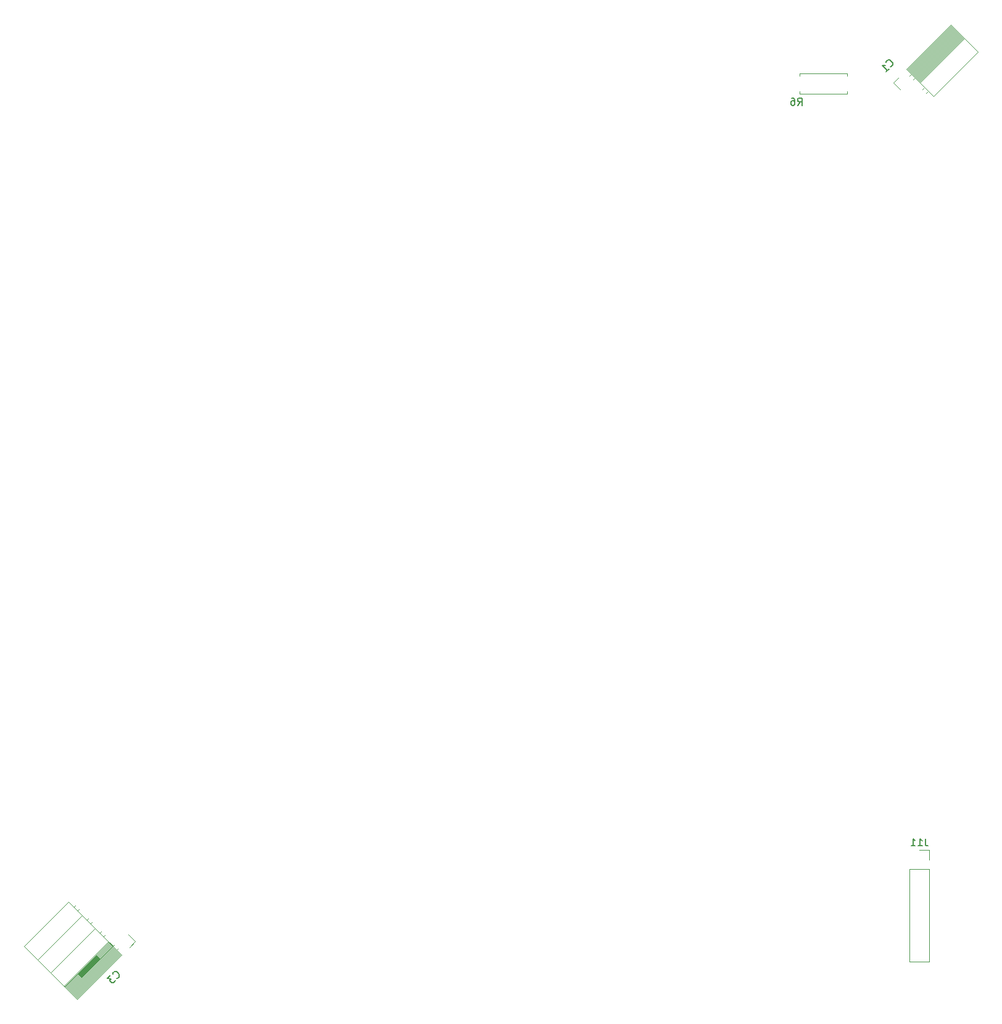
<source format=gbr>
%TF.GenerationSoftware,KiCad,Pcbnew,8.0.1*%
%TF.CreationDate,2024-04-24T16:38:57-04:00*%
%TF.ProjectId,RGBsensorBoard,52474273-656e-4736-9f72-426f6172642e,rev?*%
%TF.SameCoordinates,Original*%
%TF.FileFunction,Legend,Bot*%
%TF.FilePolarity,Positive*%
%FSLAX46Y46*%
G04 Gerber Fmt 4.6, Leading zero omitted, Abs format (unit mm)*
G04 Created by KiCad (PCBNEW 8.0.1) date 2024-04-24 16:38:57*
%MOMM*%
%LPD*%
G01*
G04 APERTURE LIST*
%ADD10C,0.150000*%
%ADD11C,0.120000*%
G04 APERTURE END LIST*
D10*
X24233670Y-140192224D02*
X24301014Y-140192224D01*
X24301014Y-140192224D02*
X24435701Y-140124880D01*
X24435701Y-140124880D02*
X24503044Y-140057537D01*
X24503044Y-140057537D02*
X24570388Y-139922850D01*
X24570388Y-139922850D02*
X24570388Y-139788163D01*
X24570388Y-139788163D02*
X24536716Y-139687148D01*
X24536716Y-139687148D02*
X24435701Y-139518789D01*
X24435701Y-139518789D02*
X24334686Y-139417774D01*
X24334686Y-139417774D02*
X24166327Y-139316758D01*
X24166327Y-139316758D02*
X24065312Y-139283087D01*
X24065312Y-139283087D02*
X23930625Y-139283087D01*
X23930625Y-139283087D02*
X23795938Y-139350430D01*
X23795938Y-139350430D02*
X23728594Y-139417774D01*
X23728594Y-139417774D02*
X23661251Y-139552461D01*
X23661251Y-139552461D02*
X23661251Y-139619804D01*
X23358205Y-139788163D02*
X22920472Y-140225896D01*
X22920472Y-140225896D02*
X23425548Y-140259567D01*
X23425548Y-140259567D02*
X23324533Y-140360583D01*
X23324533Y-140360583D02*
X23290861Y-140461598D01*
X23290861Y-140461598D02*
X23290861Y-140528941D01*
X23290861Y-140528941D02*
X23324533Y-140629957D01*
X23324533Y-140629957D02*
X23492892Y-140798315D01*
X23492892Y-140798315D02*
X23593907Y-140831987D01*
X23593907Y-140831987D02*
X23661251Y-140831987D01*
X23661251Y-140831987D02*
X23762266Y-140798315D01*
X23762266Y-140798315D02*
X23964296Y-140596285D01*
X23964296Y-140596285D02*
X23997968Y-140495270D01*
X23997968Y-140495270D02*
X23997968Y-140427926D01*
X135166179Y-121043301D02*
X135166179Y-121757586D01*
X135166179Y-121757586D02*
X135213798Y-121900443D01*
X135213798Y-121900443D02*
X135309036Y-121995682D01*
X135309036Y-121995682D02*
X135451893Y-122043301D01*
X135451893Y-122043301D02*
X135547131Y-122043301D01*
X134166179Y-122043301D02*
X134737607Y-122043301D01*
X134451893Y-122043301D02*
X134451893Y-121043301D01*
X134451893Y-121043301D02*
X134547131Y-121186158D01*
X134547131Y-121186158D02*
X134642369Y-121281396D01*
X134642369Y-121281396D02*
X134737607Y-121329015D01*
X133213798Y-122043301D02*
X133785226Y-122043301D01*
X133499512Y-122043301D02*
X133499512Y-121043301D01*
X133499512Y-121043301D02*
X133594750Y-121186158D01*
X133594750Y-121186158D02*
X133689988Y-121281396D01*
X133689988Y-121281396D02*
X133785226Y-121329015D01*
X117666666Y-20454819D02*
X117999999Y-19978628D01*
X118238094Y-20454819D02*
X118238094Y-19454819D01*
X118238094Y-19454819D02*
X117857142Y-19454819D01*
X117857142Y-19454819D02*
X117761904Y-19502438D01*
X117761904Y-19502438D02*
X117714285Y-19550057D01*
X117714285Y-19550057D02*
X117666666Y-19645295D01*
X117666666Y-19645295D02*
X117666666Y-19788152D01*
X117666666Y-19788152D02*
X117714285Y-19883390D01*
X117714285Y-19883390D02*
X117761904Y-19931009D01*
X117761904Y-19931009D02*
X117857142Y-19978628D01*
X117857142Y-19978628D02*
X118238094Y-19978628D01*
X116809523Y-19454819D02*
X116999999Y-19454819D01*
X116999999Y-19454819D02*
X117095237Y-19502438D01*
X117095237Y-19502438D02*
X117142856Y-19550057D01*
X117142856Y-19550057D02*
X117238094Y-19692914D01*
X117238094Y-19692914D02*
X117285713Y-19883390D01*
X117285713Y-19883390D02*
X117285713Y-20264342D01*
X117285713Y-20264342D02*
X117238094Y-20359580D01*
X117238094Y-20359580D02*
X117190475Y-20407200D01*
X117190475Y-20407200D02*
X117095237Y-20454819D01*
X117095237Y-20454819D02*
X116904761Y-20454819D01*
X116904761Y-20454819D02*
X116809523Y-20407200D01*
X116809523Y-20407200D02*
X116761904Y-20359580D01*
X116761904Y-20359580D02*
X116714285Y-20264342D01*
X116714285Y-20264342D02*
X116714285Y-20026247D01*
X116714285Y-20026247D02*
X116761904Y-19931009D01*
X116761904Y-19931009D02*
X116809523Y-19883390D01*
X116809523Y-19883390D02*
X116904761Y-19835771D01*
X116904761Y-19835771D02*
X117095237Y-19835771D01*
X117095237Y-19835771D02*
X117190475Y-19883390D01*
X117190475Y-19883390D02*
X117238094Y-19931009D01*
X117238094Y-19931009D02*
X117285713Y-20026247D01*
X130372112Y-15136411D02*
X130439456Y-15136411D01*
X130439456Y-15136411D02*
X130574143Y-15069067D01*
X130574143Y-15069067D02*
X130641486Y-15001724D01*
X130641486Y-15001724D02*
X130708830Y-14867037D01*
X130708830Y-14867037D02*
X130708830Y-14732350D01*
X130708830Y-14732350D02*
X130675158Y-14631335D01*
X130675158Y-14631335D02*
X130574143Y-14462976D01*
X130574143Y-14462976D02*
X130473128Y-14361961D01*
X130473128Y-14361961D02*
X130304769Y-14260945D01*
X130304769Y-14260945D02*
X130203754Y-14227274D01*
X130203754Y-14227274D02*
X130069067Y-14227274D01*
X130069067Y-14227274D02*
X129934380Y-14294617D01*
X129934380Y-14294617D02*
X129867036Y-14361961D01*
X129867036Y-14361961D02*
X129799693Y-14496648D01*
X129799693Y-14496648D02*
X129799693Y-14563991D01*
X129766021Y-15877189D02*
X130170082Y-15473128D01*
X129968051Y-15675159D02*
X129260945Y-14968052D01*
X129260945Y-14968052D02*
X129429303Y-15001724D01*
X129429303Y-15001724D02*
X129563990Y-15001724D01*
X129563990Y-15001724D02*
X129665006Y-14968052D01*
D11*
%TO.C,C3*%
X11536687Y-135806102D02*
X18805745Y-143075159D01*
X24908076Y-136972828D02*
X18805745Y-143075159D01*
X24823223Y-136887975D02*
X18720892Y-142990307D01*
X24739718Y-136804469D02*
X18637386Y-142906801D01*
X24656212Y-136720964D02*
X18553880Y-142823295D01*
X24572706Y-136637458D02*
X18470374Y-142739789D01*
X24489200Y-136553952D02*
X18386869Y-142656284D01*
X24405694Y-136470446D02*
X18303363Y-142572778D01*
X24322189Y-136386940D02*
X18219857Y-142489272D01*
X24238683Y-136303435D02*
X18136351Y-142405766D01*
X24155177Y-136219929D02*
X18052846Y-142322260D01*
X24071671Y-136136423D02*
X17969340Y-142238755D01*
X23988166Y-136052917D02*
X17885834Y-142155249D01*
X23904660Y-135969412D02*
X17802328Y-142071743D01*
X23821154Y-135885906D02*
X17718822Y-141988237D01*
X23737648Y-135802400D02*
X17635317Y-141904732D01*
X23654142Y-135718894D02*
X17551811Y-141821226D01*
X23570637Y-135635388D02*
X17468305Y-141737720D01*
X23487131Y-135551883D02*
X17384799Y-141654214D01*
X23403625Y-135468377D02*
X17301294Y-141570708D01*
X23320119Y-135384871D02*
X17217788Y-141487203D01*
X23236614Y-135301365D02*
X17134282Y-141403697D01*
X23153108Y-135217860D02*
X17050776Y-141320191D01*
X23069598Y-135134350D02*
X16967267Y-141236682D01*
X21273547Y-133338299D02*
X15171216Y-139440631D01*
X19477496Y-131542248D02*
X13375165Y-137644579D01*
X17639018Y-129703770D02*
X11536687Y-135806102D01*
X17639018Y-129703770D02*
X24908076Y-136972828D01*
X24469670Y-136039447D02*
X24222183Y-136286934D01*
X23960553Y-135530330D02*
X23713066Y-135777817D01*
X22716045Y-134200969D02*
X22426131Y-134490883D01*
X22206928Y-133691852D02*
X21917014Y-133981766D01*
X20919994Y-132404918D02*
X20630080Y-132694832D01*
X20410877Y-131895801D02*
X20120963Y-132185715D01*
X19123943Y-130608867D02*
X18834029Y-130898781D01*
X18614826Y-130099750D02*
X18324912Y-130389664D01*
X26725341Y-135155563D02*
X25940452Y-135940452D01*
X25784889Y-134215111D02*
X26725341Y-135155563D01*
%TO.C,J11*%
X134356656Y-122588482D02*
X135686656Y-122588482D01*
X135686656Y-122588482D02*
X135686656Y-123918482D01*
X135686656Y-137948482D02*
X135686656Y-125188482D01*
X133026656Y-125188482D02*
X135686656Y-125188482D01*
X133026656Y-137948482D02*
X135686656Y-137948482D01*
X133026656Y-137948482D02*
X133026656Y-125188482D01*
%TO.C,R6*%
X124460000Y-18870000D02*
X117920000Y-18870000D01*
X117920000Y-18870000D02*
X117920000Y-18540000D01*
X117920000Y-16130000D02*
X117920000Y-16460000D01*
X124460000Y-16130000D02*
X117920000Y-16130000D01*
X124460000Y-18540000D02*
X124460000Y-18870000D01*
X124460000Y-16460000D02*
X124460000Y-16130000D01*
%TO.C,C1*%
X131715111Y-18284889D02*
X130774659Y-17344437D01*
X130774659Y-17344437D02*
X131559548Y-16559548D01*
X135293072Y-18808148D02*
X135582986Y-18518234D01*
X134783955Y-18299031D02*
X135073869Y-18009117D01*
X133539447Y-16969670D02*
X133786934Y-16722183D01*
X133030330Y-16460553D02*
X133277817Y-16213066D01*
X136268879Y-19204127D02*
X132591924Y-15527172D01*
X136268879Y-19204127D02*
X142371211Y-13101796D01*
X134430402Y-17365650D02*
X140532733Y-11263318D01*
X134346892Y-17282140D02*
X140449224Y-11179809D01*
X134263386Y-17198635D02*
X140365718Y-11096303D01*
X134179881Y-17115129D02*
X140282212Y-11012797D01*
X134096375Y-17031623D02*
X140198706Y-10929292D01*
X134012869Y-16948117D02*
X140115201Y-10845786D01*
X133929363Y-16864612D02*
X140031695Y-10762280D01*
X133845858Y-16781106D02*
X139948189Y-10678774D01*
X133762352Y-16697600D02*
X139864683Y-10595268D01*
X133678846Y-16614094D02*
X139781178Y-10511763D01*
X133595340Y-16530588D02*
X139697672Y-10428257D01*
X133511834Y-16447083D02*
X139614166Y-10344751D01*
X133428329Y-16363577D02*
X139530660Y-10261245D01*
X133344823Y-16280071D02*
X139447154Y-10177740D01*
X133261317Y-16196565D02*
X139363649Y-10094234D01*
X133177811Y-16113060D02*
X139280143Y-10010728D01*
X133094306Y-16029554D02*
X139196637Y-9927222D01*
X133010800Y-15946048D02*
X139113131Y-9843716D01*
X132927294Y-15862542D02*
X139029626Y-9760211D01*
X132843788Y-15779036D02*
X138946120Y-9676705D01*
X132760282Y-15695531D02*
X138862614Y-9593199D01*
X132676777Y-15612025D02*
X138779108Y-9509693D01*
X132591924Y-15527172D02*
X138694255Y-9424841D01*
X142371211Y-13101796D02*
X138694255Y-9424841D01*
%TD*%
M02*

</source>
